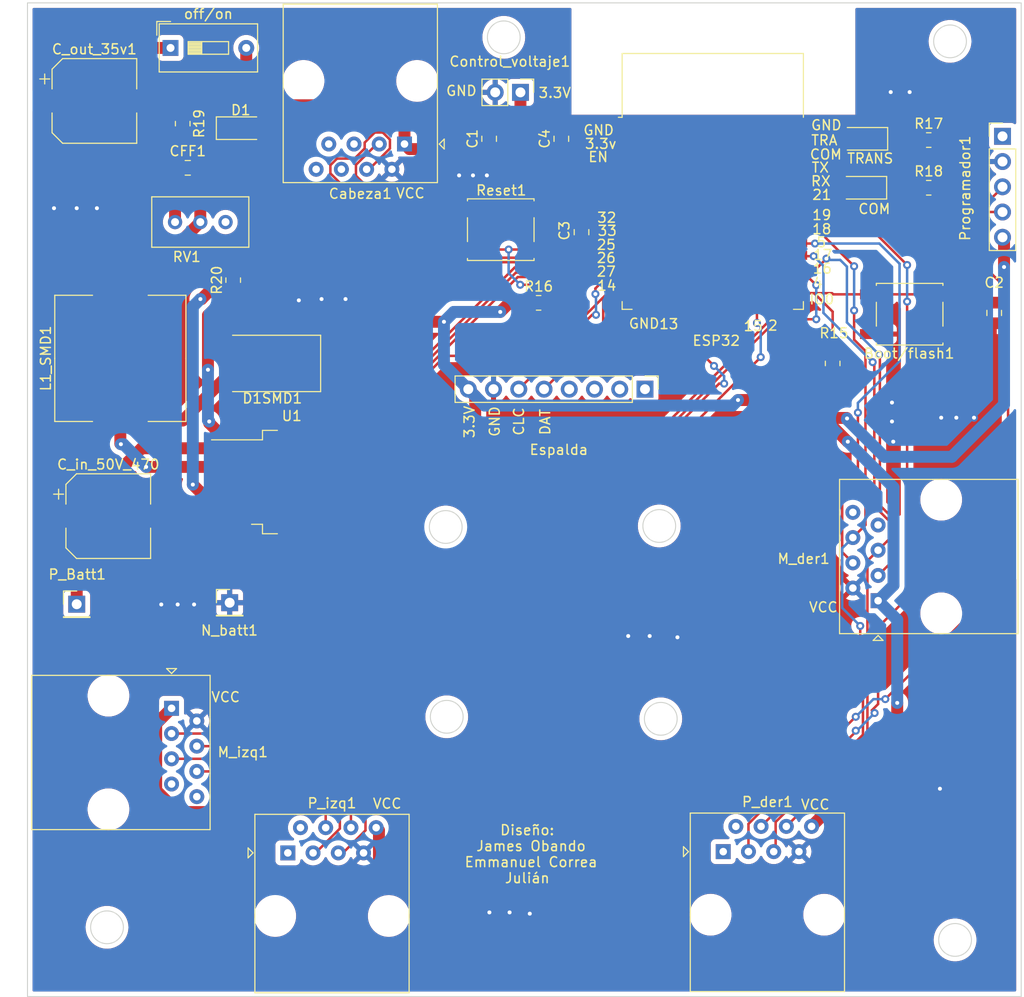
<source format=kicad_pcb>
(kicad_pcb (version 20211014) (generator pcbnew)
  (layers (0 "F.Cu" signal) (31 "B.Cu" signal) (34 "B.Paste" user) (35 "F.Paste" user) (36 "B.SilkS" user "B.Silkscreen") (37 "F.SilkS" user "F.Silkscreen") (38 "B.Mask" user) (39 "F.Mask" user) (44 "Edge.Cuts" user))
  (net 0 "")
  (net 1 "Net-(D1-Pad1)")
  (net 2 "GND")
  (net 3 "Net-(D3-Pad1)")
  (net 4 "Net-(D2-Pad1)")
  (net 5 "+5V")
  (net 6 "Net-(CFF1-Pad1)")
  (net 7 "+3V3")
  (net 8 "/IO0")
  (net 9 "/EN")
  (net 14 "/CLC_1")
  (net 15 "/DATA_1")
  (net 16 "/CLC_2")
  (net 17 "/DATA_2")
  (net 18 "/DATA_7")
  (net 26 "/DATA_4")
  (net 27 "/CLC_5")
  (net 28 "/DATA_5")
  (net 29 "/CLC_6")
  (net 30 "/DATA_6")
  (net 31 "Net-(CFF1-Pad2)")
  (net 32 "/CLC_8")
  (net 34 "/DATA_8")
  (net 35 "Net-(ESP32-Pad34)")
  (net 36 "Net-(ESP32-Pad35)")
  (net 37 "/COMUNICACION")
  (net 38 "/TRANSMISION")
  (net 40 "Net-(D1SMD1-Pad2)")
  (net 41 "/CLC_7")
  (net 46 "/CLC_3")
  (net 49 "/DATA_3")
  (net 50 "/CLC_4")
  (footprint "Capacitor_SMD:C_0805_2012Metric_Pad1.18x1.45mm_HandSolder" (layer "F.Cu") (at 136.144 57.658 90)
    (fp_text reference "C4")
    (fp_text value "100u")
  )
  (footprint "Capacitor_SMD:C_0805_2012Metric_Pad1.18x1.45mm_HandSolder" (layer "F.Cu") (at 128.8796 57.658 90)
    (fp_text reference "C1")
    (fp_text value "10u")
  )
  (footprint "Connector_PinHeader_2.54mm:PinHeader_1x01_P2.54mm_Vertical" (layer "F.Cu") (at 102.7684 104.3432)
    (fp_text reference "N_batt1")
    (fp_text value "Conn_01x01_Female")
  )
  (footprint "LED_SMD:LED_1206_3216Metric_Pad1.42x1.75mm_HandSolder" (layer "F.Cu") (at 166.4208 62.5856 180)
    (fp_text reference "COM")
    (fp_text value "LED")
  )
  (footprint "Capacitor_SMD:C_0805_2012Metric_Pad1.18x1.45mm_HandSolder" (layer "F.Cu") (at 138.176 67.056 -90)
    (fp_text reference "C3")
    (fp_text value "1nF/50V")
  )
  (footprint "Connector_RJ:RJ45_Amphenol_54602-x08_Horizontal" (layer "F.Cu") (at 96.921 114.9705 -90)
    (fp_text reference "M_izq1")
    (fp_text value "RJ45")
  )
  (footprint "Capacitor_SMD:C_0805_2012Metric_Pad1.18x1.45mm_HandSolder" (layer "F.Cu") (at 179.705 75.184 90)
    (fp_text reference "C2")
    (fp_text value "1nF/50V")
  )
  (footprint "Resistor_SMD:R_0805_2012Metric_Pad1.20x1.40mm_HandSolder" (layer "F.Cu") (at 173.117 62.5856)
    (fp_text reference "R18")
    (fp_text value "10k")
  )
  (footprint "Connector_RJ:RJ45_Amphenol_54602-x08_Horizontal" (layer "F.Cu") (at 120.3605 58.186 180)
    (fp_text reference "Cabeza1")
    (fp_text value "RJ45")
  )
  (footprint "LED_SMD:LED_1206_3216Metric_Pad1.42x1.75mm_HandSolder" (layer "F.Cu") (at 166.5224 57.658 180)
    (fp_text reference "TRANS")
    (fp_text value "LED")
  )
  (footprint "Connector_RJ:RJ45_Amphenol_54602-x08_Horizontal" (layer "F.Cu") (at 168.021 104.14 90)
    (fp_text reference "M_der1")
    (fp_text value "RJ45")
  )
  (footprint "Connector_RJ:RJ45_Amphenol_54602-x08_Horizontal" (layer "F.Cu") (at 108.6205 129.52)
    (fp_text reference "P_izq1")
    (fp_text value "RJ45")
  )
  (footprint "Capacitor_SMD:C_0805_2012Metric_Pad1.18x1.45mm_HandSolder" (layer "F.Cu") (at 98.552 60.579)
    (fp_text reference "CFF1")
    (fp_text value "1nf")
  )
  (footprint "Capacitor_SMD:CP_Elec_8x6.9" (layer "F.Cu") (at 89.154 53.848)
    (fp_text reference "C_out_35v1")
    (fp_text value "220u")
  )
  (footprint "Button_Switch_SMD:SW_SPST_EVQQ2" (layer "F.Cu") (at 130.048 66.802)
    (fp_text reference "Reset1")
    (fp_text value "SW_Push")
  )
  (footprint "Resistor_SMD:R_0805_2012Metric_Pad1.20x1.40mm_HandSolder" (layer "F.Cu") (at 98.044 56.134 -90)
    (fp_text reference "R19")
    (fp_text value "10k")
  )
  (footprint "Inductor_SMD:L_Wuerth_HCM-1390" (layer "F.Cu") (at 91.767 79.756 90)
    (fp_text reference "L1_SMD1")
    (fp_text value "68u")
  )
  (footprint "Connector_PinHeader_2.54mm:PinHeader_1x02_P2.54mm_Vertical" (layer "F.Cu") (at 132.0292 52.9844 -90)
    (fp_text reference "Control_voltaje1")
    (fp_text value "Conn_01x02_Male")
  )
  (footprint "Resistor_SMD:R_0805_2012Metric_Pad1.20x1.40mm_HandSolder" (layer "F.Cu") (at 103.124 71.882 90)
    (fp_text reference "R20")
    (fp_text value "1k")
  )
  (footprint "Resistor_SMD:R_0805_2012Metric_Pad1.20x1.40mm_HandSolder" (layer "F.Cu") (at 133.858 74.168)
    (fp_text reference "R16")
    (fp_text value "10k")
  )
  (footprint "Resistor_SMD:R_0805_2012Metric_Pad1.20x1.40mm_HandSolder" (layer "F.Cu") (at 163.449 80.264 90)
    (fp_text reference "R15")
    (fp_text value "10k")
  )
  (footprint "RF_Module:ESP32-WROOM-32" (layer "F.Cu") (at 151.384 64.94)
    (fp_text reference "ESP32")
    (fp_text value "ESP32-WROOM-32")
  )
  (footprint "LED_SMD:LED_1206_3216Metric_Pad1.42x1.75mm_HandSolder" (layer "F.Cu") (at 103.886 56.5912)
    (fp_text reference "D1")
    (fp_text value "LED")
  )
  (footprint "Button_Switch_THT:SW_DIP_SPSTx01_Slide_9.78x4.72mm_W7.62mm_P2.54mm" (layer "F.Cu") (at 96.8165 48.514)
    (fp_text reference "off/on")
    (fp_text value "SW_DIP_x01")
  )
  (footprint "Connector_RJ:RJ45_Amphenol_54602-x08_Horizontal" (layer "F.Cu") (at 152.4355 129.393)
    (fp_text reference "P_der1")
    (fp_text value "RJ45")
  )
  (footprint "Diode_SMD:D_3220_8050Metric_Pad2.65x5.15mm_HandSolder" (layer "F.Cu") (at 107.061 80.264 180)
    (fp_text reference "D1SMD1")
    (fp_text value " 1N5825")
  )
  (footprint "Connector_PinHeader_2.54mm:PinHeader_1x01_P2.54mm_Vertical" (layer "F.Cu") (at 87.376 104.4956)
    (fp_text reference "P_Batt1")
    (fp_text value "Conn_01x01_Female")
  )
  (footprint "Capacitor_SMD:CP_Elec_8x6.9" (layer "F.Cu") (at 90.551 95.631)
    (fp_text reference "C_in_50V_470")
    (fp_text value "470u")
  )
  (footprint "Potentiometer_THT:Potentiometer_Bourns_3296W_Vertical" (layer "F.Cu") (at 97.272 66.04 180)
    (fp_text reference "RV1")
    (fp_text value "R_Potentiometer_Trim")
  )
  (footprint "Package_TO_SOT_SMD:TO-263-5_TabPin3" (layer "F.Cu") (at 109.02 92.202)
    (fp_text reference "U1")
    (fp_text value "LM2596S-5")
  )
  (footprint "Resistor_SMD:R_0805_2012Metric_Pad1.20x1.40mm_HandSolder" (layer "F.Cu") (at 173.117 57.785)
    (fp_text reference "R17")
    (fp_text value "10k")
  )
  (footprint "Button_Switch_SMD:SW_SPST_EVQQ2" (layer "F.Cu") (at 171.196 75.311 180)
    (fp_text reference "Boot/flash1")
    (fp_text value "SW_Push")
  )
  (footprint "Connector_PinHeader_2.54mm:PinHeader_1x08_P2.54mm_Vertical" (layer "F.Cu") (at 144.5618 82.8548 -90)
    (fp_text reference "Espalda")
    (fp_text value "Conn_01x08_Male")
  )
  (footprint "Connector_PinHeader_2.54mm:PinHeader_1x05_P2.54mm_Vertical" (layer "F.Cu") (at 180.5432 57.409)
    (fp_text reference "Programador1")
    (fp_text value "Programador")
  )
  (gr_circle (center 90.424 137.0076) (end 92.074 137.0076) (layer "Edge.Cuts") (width 0.1) (fill none))
  (gr_rect (start 82.423 43.98) (end 182.423 143.98) (layer "Edge.Cuts") (width 0.1) (fill none))
  (gr_circle (center 124.5108 96.7232) (end 126.1608 96.7232) (layer "Edge.Cuts") (width 0.1) (fill none))
  (gr_circle (center 124.6124 115.824) (end 126.2624 115.824) (layer "Edge.Cuts") (width 0.1) (fill none))
  (gr_circle (center 175.26 47.8536) (end 176.91 47.8536) (layer "Edge.Cuts") (width 0.1) (fill none))
  (gr_circle (center 145.9992 96.6216) (end 147.6492 96.6216) (layer "Edge.Cuts") (width 0.1) (fill none))
  (gr_circle (center 146.1516 116.0272) (end 147.8016 116.0272) (layer "Edge.Cuts") (width 0.1) (fill none))
  (gr_circle (center 175.768 138.2776) (end 177.418 138.2776) (layer "Edge.Cuts") (width 0.1) (fill none))
  (gr_circle (center 130.3528 47.4472) (end 132.0028 47.4472) (layer "Edge.Cuts") (width 0.1) (fill none))
  (gr_text "5" (at 162.306 68.072) (layer "F.SilkS") (effects (font (size 1 1))))
  (gr_text "33\n\n" (at 140.7668 67.7164) (layer "F.SilkS") (effects (font (size 1 1))))
  (gr_text "GND\n" (at 144.4752 76.2508) (layer "F.SilkS") (effects (font (size 1 1))))
  (gr_text "17\n" (at 162.4584 69.342) (layer "F.SilkS") (effects (font (size 1 1))))
  (gr_text "2\n" (at 157.4292 76.454) (layer "F.SilkS") (effects (font (size 1 1))))
  (gr_text "TX\n" (at 162.2044 60.5536) (layer "F.SilkS") (effects (font (size 1 1))))
  (gr_text "27" (at 140.6652 71.0184) (layer "F.SilkS") (effects (font (size 1 1))))
  (gr_text "VCC\n" (at 120.9548 63.1444) (layer "F.SilkS") (effects (font (size 1 1))))
  (gr_text "19" (at 162.3568 65.3288) (layer "F.SilkS") (effects (font (size 1 1))))
  (gr_text "CLC\n" (at 131.8768 86.106 90) (layer "F.SilkS") (effects (font (size 1 1))))
  (gr_text "VCC\n" (at 118.618 124.5616) (layer "F.SilkS") (effects (font (size 1 1))))
  (gr_text "14" (at 140.716 72.4408) (layer "F.SilkS") (effects (font (size 1 1))))
  (gr_text "GND\n" (at 139.9032 56.7944) (layer "F.SilkS") (effects (font (size 1 1))))
  (gr_text "GND\n" (at 126.0856 52.832) (layer "F.SilkS") (effects (font (size 1 1))))
  (gr_text "VCC\n" (at 102.362 113.8428) (layer "F.SilkS") (effects (font (size 1 1))))
  (gr_text "COM\n" (at 162.7632 59.2328) (layer "F.SilkS") (effects (font (size 1 1))))
  (gr_text "3.3V\n" (at 126.8984 86.1568 90) (layer "F.SilkS") (effects (font (size 1 1))))
  (gr_text "25\n" (at 140.6652 68.326) (layer "F.SilkS") (effects (font (size 1 1))))
  (gr_text "26\n" (at 140.6652 69.6468) (layer "F.SilkS") (effects (font (size 1 1))))
  (gr_text "32\n\n" (at 140.716 66.3956) (layer "F.SilkS") (effects (font (size 1 1))))
  (gr_text "4\n" (at 161.9504 72.1868) (layer "F.SilkS") (effects (font (size 1 1))))
  (gr_text "VCC\n" (at 161.6964 124.6632) (layer "F.SilkS") (effects (font (size 1 1))))
  (gr_text "EN\n" (at 139.8524 59.4868) (layer "F.SilkS") (effects (font (size 1 1))))
  (gr_text "GND\n" (at 129.4384 86.106 90) (layer "F.SilkS") (effects (font (size 1 1))))
  (gr_text "3.3v\n" (at 140.1064 58.166) (layer "F.SilkS") (effects (font (size 1 1))))
  (gr_text "TRA" (at 162.6108 57.8104) (layer "F.SilkS") (effects (font (size 1 1))))
  (gr_text "VCC\n" (at 162.5092 104.8004) (layer "F.SilkS") (effects (font (size 1 1))))
  (gr_text "13" (at 146.9644 76.3016) (layer "F.SilkS") (effects (font (size 1 1))))
  (gr_text "GND\n" (at 162.814 56.2864) (layer "F.SilkS") (effects (font (size 1 1))))
  (gr_text "16\n" (at 162.4076 70.7136) (layer "F.SilkS") (effects (font (size 1 1))))
  (gr_text "Diseño: \nJames Obando\nEmmanuel Correa\nJulián \n" (at 133.096 129.6416) (layer "F.SilkS") (effects (font (size 1 1))))
  (gr_text "15\n" (at 155.448 76.5048) (layer "F.SilkS") (effects (font (size 1 1))))
  (gr_text "DAT" (at 134.5184 86.1568 90) (layer "F.SilkS") (effects (font (size 1 1))))
  (gr_text "18" (at 162.3568 66.7512) (layer "F.SilkS") (effects (font (size 1 1))))
  (gr_text "21" (at 162.3568 63.2968) (layer "F.SilkS") (effects (font (size 1 1))))
  (gr_text "3.3V\n" (at 135.4836 53.0352) (layer "F.SilkS") (effects (font (size 1 1))))
  (gr_text "IO0\n" (at 162.3568 73.8124) (layer "F.SilkS") (effects (font (size 1 1))))
  (gr_text "RX" (at 162.2552 61.9252) (layer "F.SilkS") (effects (font (size 1 1))))
  (segment (start 100.8905 55.134) (end 98.044 55.134) (width 1.2) (layer "F.Cu") (net 1))
  (segment (start 102.3985 56.642) (end 100.8905 55.134) (width 1.2) (layer "F.Cu") (net 1))
  (via (at 142.875 107.696) (size 0.8) (drill 0.4) (layers "F.Cu" "B.Cu") (net 2))
  (via (at 175.895 85.725) (size 0.8) (drill 0.4) (layers "F.Cu" "B.Cu") (net 2))
  (via (at 130.937 135.509) (size 0.8) (drill 0.4) (layers "F.Cu" "B.Cu") (net 2))
  (via (at 169.545 88.138) (size 0.8) (drill 0.4) (layers "F.Cu" "B.Cu") (net 2))
  (via (at 89.408 64.643) (size 0.8) (drill 0.4) (layers "F.Cu" "B.Cu") (net 2))
  (via (at 169.418 86.106) (size 0.8) (drill 0.4) (layers "F.Cu" "B.Cu") (net 2))
  (via (at 169.291 52.959) (size 0.8) (drill 0.4) (layers "F.Cu" "B.Cu") (net 2))
  (via (at 171.196 52.959) (size 0.8) (drill 0.4) (layers "F.Cu" "B.Cu") (net 2))
  (via (at 174.371 85.725) (size 0.8) (drill 0.4) (layers "F.Cu" "B.Cu") (net 2))
  (via (at 125.857 61.341) (size 0.8) (drill 0.4) (layers "F.Cu" "B.Cu") (net 2))
  (via (at 147.828 107.823) (size 0.8) (drill 0.4) (layers "F.Cu" "B.Cu") (net 2))
  (via (at 95.885 104.521) (size 0.8) (drill 0.4) (layers "F.Cu" "B.Cu") (net 2))
  (via (at 128.651 61.341) (size 0.8) (drill 0.4) (layers "F.Cu" "B.Cu") (net 2))
  (via (at 112.014 73.787) (size 0.8) (drill 0.4) (layers "F.Cu" "B.Cu") (net 2))
  (via (at 109.728 73.914) (size 0.8) (drill 0.4) (layers "F.Cu" "B.Cu") (net 2))
  (via (at 97.536 104.521) (size 0.8) (drill 0.4) (layers "F.Cu" "B.Cu") (net 2))
  (via (at 174.244 123.063) (size 0.8) (drill 0.4) (layers "F.Cu" "B.Cu") (net 2))
  (via (at 145.034 107.696) (size 0.8) (drill 0.4) (layers "F.Cu" "B.Cu") (net 2))
  (via (at 127.254 61.341) (size 0.8) (drill 0.4) (layers "F.Cu" "B.Cu") (net 2))
  (via (at 177.673 85.725) (size 0.8) (drill 0.4) (layers "F.Cu" "B.Cu") (net 2))
  (via (at 132.969 135.636) (size 0.8) (drill 0.4) (layers "F.Cu" "B.Cu") (net 2))
  (via (at 85.09 64.643) (size 0.8) (drill 0.4) (layers "F.Cu" "B.Cu") (net 2))
  (via (at 114.427 73.787) (size 0.8) (drill 0.4) (layers "F.Cu" "B.Cu") (net 2))
  (via (at 99.187 104.521) (size 0.8) (drill 0.4) (layers "F.Cu" "B.Cu") (net 2))
  (via (at 169.418 84.201) (size 0.8) (drill 0.4) (layers "F.Cu" "B.Cu") (net 2))
  (via (at 128.905 135.509) (size 0.8) (drill 0.4) (layers "F.Cu" "B.Cu") (net 2))
  (via (at 87.376 64.643) (size 0.8) (drill 0.4) (layers "F.Cu" "B.Cu") (net 2))
  (segment (start 171.99 57.658) (end 172.117 57.785) (width 1.2) (layer "F.Cu") (net 3))
  (segment (start 167.9591 57.658) (end 171.99 57.658) (width 1.2) (layer "F.Cu") (net 3))
  (segment (start 167.8575 62.5856) (end 171.8376 62.5856) (width 1.2) (layer "F.Cu") (net 4))
  (segment (start 87.376 104.394) (end 87.376 95.931) (width 1.2) (layer "F.Cu") (net 5))
  (segment (start 87.076 95.631) (end 93.905 88.802) (width 1.2) (layer "F.Cu") (net 5))
  (segment (start 100.711 86.268) (end 103.245 88.802) (width 1.2) (layer "F.Cu") (net 5))
  (segment (start 87.376 95.931) (end 87.076 95.631) (width 1.2) (layer "F.Cu") (net 5))
  (segment (start 93.905 88.802) (end 103.245 88.802) (width 1.2) (layer "F.Cu") (net 5))
  (segment (start 100.584 75.422) (end 100.584 80.899) (width 1.2) (layer "F.Cu") (net 5))
  (segment (start 103.124 72.882) (end 100.584 75.422) (width 1.2) (layer "F.Cu") (net 5))
  (segment (start 100.711 86.106) (end 100.711 86.268) (width 1.2) (layer "F.Cu") (net 5))
  (via (at 100.584 80.899) (size 0.8) (drill 0.4) (layers "F.Cu" "B.Cu") (net 5))
  (via (at 100.711 86.106) (size 0.8) (drill 0.4) (layers "F.Cu" "B.Cu") (net 5))
  (segment (start 100.584 85.979) (end 100.584 80.899) (width 1.2) (layer "B.Cu") (net 5))
  (segment (start 100.711 86.106) (end 100.584 85.979) (width 1.2) (layer "B.Cu") (net 5))
  (segment (start 97.5145 60.579) (end 97.5145 60.3465) (width 1.2) (layer "F.Cu") (net 6))
  (segment (start 97.272 60.8215) (end 97.5145 60.579) (width 1.2) (layer "F.Cu") (net 6))
  (segment (start 99.822 73.787) (end 99.934755 73.787) (width 1.2) (layer "F.Cu") (net 6))
  (segment (start 97.272 66.04) (end 97.272 60.8215) (width 1.2) (layer "F.Cu") (net 6))
  (segment (start 99.949 57.912) (end 100.965 57.912) (width 1.2) (layer "F.Cu") (net 6))
  (segment (start 97.5145 60.3465) (end 99.949 57.912) (width 1.2) (layer "F.Cu") (net 6))
  (segment (start 103.245 93.902) (end 100.506 93.902) (width 1.2) (layer "F.Cu") (net 6))
  (segment (start 105.791 68.215) (end 103.124 70.882) (width 1.2) (layer "F.Cu") (net 6))
  (segment (start 102.839755 70.882) (end 103.124 70.882) (width 1.2) (layer "F.Cu") (net 6))
  (segment (start 100.506 93.902) (end 99.06 92.456) (width 1.2) (layer "F.Cu") (net 6))
  (segment (start 99.934755 73.787) (end 102.839755 70.882) (width 1.2) (layer "F.Cu") (net 6))
  (segment (start 105.791 62.738) (end 105.791 68.215) (width 1.2) (layer "F.Cu") (net 6))
  (segment (start 100.965 57.912) (end 105.791 62.738) (width 1.2) (layer "F.Cu") (net 6))
  (via (at 99.822 73.787) (size 0.8) (drill 0.4) (layers "F.Cu" "B.Cu") (net 6))
  (via (at 99.06 92.456) (size 0.8) (drill 0.4) (layers "F.Cu" "B.Cu") (net 6))
  (segment (start 99.822 73.787) (end 99.06 74.549) (width 1.2) (layer "B.Cu") (net 6))
  (segment (start 99.06 74.549) (end 99.06 92.456) (width 1.2) (layer "B.Cu") (net 6))
  (segment (start 120.87 58.6955) (end 120.3605 58.186) (width 1.2) (layer "F.Cu") (net 7))
  (segment (start 140.022032 58.6955) (end 140.762532 57.955) (width 1.2) (layer "F.Cu") (net 7))
  (segment (start 120.3605 56.236) (end 118.410021 54.285521) (width 1.2) (layer "F.Cu") (net 7))
  (segment (start 162.8441 86.0251) (end 164.957 88.138) (width 1.2) (layer "F.Cu") (net 7))
  (segment (start 117.5105 126.98) (end 117.790011 127.259511) (width 1.2) (layer "F.Cu") (net 7))
  (segment (start 130.556 58.6955) (end 135.2511 58.6955) (width 1.2) (layer "F.Cu") (net 7))
  (segment (start 121.285 76.073) (end 124.333 76.073) (width 1.2) (layer "F.Cu") (net 7))
  (segment (start 118.410021 54.285521) (end 105.847521 54.285521) (width 1.2) (layer "F.Cu") (net 7))
  (segment (start 136.144 58.6955) (end 140.022032 58.6955) (width 1.2) (layer "F.Cu") (net 7))
  (segment (start 160.766 83.947) (end 162.8441 86.0251) (width 1.2) (layer "F.Cu") (net 7))
  (segment (start 105.41 53.848) (end 105.41 56.6055) (width 1.2) (layer "F.Cu") (net 7))
  (segment (start 135.2511 58.6955) (end 136.144 58.6955) (width 1.2) (layer "F.Cu") (net 7))
  (segment (start 116.078 132.715) (end 104.854159 132.715) (width 1.2) (layer "F.Cu") (net 7))
  (segment (start 105.847521 54.285521) (end 105.41 53.848) (width 1.2) (layer "F.Cu") (net 7))
  (segment (start 105.3735 60.1615) (end 112.776 67.564) (width 1.2) (layer "F.Cu") (net 7))
  (segment (start 117.790011 131.002989) (end 116.078 132.715) (width 1.2) (layer "F.Cu") (net 7))
  (segment (start 130.9116 74.168) (end 129.9972 75.0824) (width 1.2) (layer "F.Cu") (net 7))
  (segment (start 117.790011 127.259511) (end 117.790011 131.002989) (width 1.2) (layer "F.Cu") (net 7))
  (segment (start 180.6956 67.7214) (end 180.5432 67.569) (width 1.2) (layer "F.Cu") (net 7))
  (segment (start 95.371489 116.520011) (end 95.371489 123.23233) (width 1.2) (layer "F.Cu") (net 7))
  (segment (start 140.762532 57.955) (end 142.884 57.955) (width 1.2) (layer "F.Cu") (net 7))
  (segment (start 164.846 85.7504) (end 164.8968 85.8012) (width 1.2) (layer "F.Cu") (net 7))
  (segment (start 112.776 67.564) (end 121.285 76.073) (width 1.2) (layer "F.Cu") (net 7))
  (segment (start 160.766 83.947) (end 163.449 81.264) (width 1.2) (layer "F.Cu") (net 7))
  (segment (start 132.0292 55.382) (end 131.9834 55.4278) (width 1.2) (layer "F.Cu") (net 7))
  (segment (start 163.1188 85.7504) (end 164.846 85.7504) (width 1.2) (layer "F.Cu") (net 7))
  (segment (start 130.556 58.6955) (end 120.87 58.6955) (width 1.2) (layer "F.Cu") (net 7))
  (segment (start 95.371489 123.23233) (end 97.54917 125.410011) (width 1.2) (layer "F.Cu") (net 7))
  (segment (start 104.854159 132.715) (end 97.54917 125.410011) (width 1.2) (layer "F.Cu") (net 7))
  (segment (start 105.41 56.6055) (end 105.3735 56.642) (width 1.2) (layer "F.Cu") (net 7))
  (segment (start 120.3605 58.186) (end 120.3605 56.236) (width 1.2) (layer "F.Cu") (net 7))
  (segment (start 132.858 74.168) (end 130.9116 74.168) (width 1.2) (layer "F.Cu") (net 7))
  (segment (start 105.3735 56.642) (end 105.3735 60.1615) (width 1.2) (layer "F.Cu") (net 7))
  (segment (start 164.957 88.138) (end 164.973 88.138) (width 1.2) (layer "F.Cu") (net 7))
  (segment (start 132.0292 52.9844) (end 132.0292 55.382) (width 1.2) (layer "F.Cu") (net 7))
  (segment (start 97.54917 125.410011) (end 101.564389 125.410011) (width 1.2) (layer "F.Cu") (net 7))
  (segment (start 169.945011 118.233489) (end 169.945011 114.427) (width 1.2) (layer "F.Cu") (net 7))
  (segment (start 161.3255 126.853) (end 169.945011 118.233489) (width 1.2) (layer "F.Cu") (net 7))
  (segment (start 127.476346 83.549346) (end 126.7818 82.8548) (width 1.2) (layer "F.Cu") (net 7))
  (segment (start 153.924 83.947) (end 160.766 83.947) (width 1.2) (layer "F.Cu") (net 7))
  (segment (start 162.8441 86.0251) (end 163.1188 85.7504) (width 1.2) (layer "F.Cu") (net 7))
  (segment (start 131.9834 55.4278) (end 135.2511 58.6955) (width 1.2) (layer "F.Cu") (net 7))
  (segment (start 104.4365 52.8745) (end 105.41 53.848) (width 1.2) (layer "F.Cu") (net 7))
  (segment (start 96.921 114.9705) (end 95.371489 116.520011) (width 1.2) (layer "F.Cu") (net 7))
  (segment (start 104.4365 48.514) (end 104.4365 52.8745) (width 1.2) (layer "F.Cu") (net 7))
  (segment (start 127.476346 99.498054) (end 127.476346 83.549346) (width 1.2) (layer "F.Cu") (net 7))
  (segment (start 180.6956 70.5612) (end 180.6956 67.7214) (width 1.2) (layer "F.Cu") (net 7))
  (segment (start 101.564389 125.410011) (end 127.476346 99.498054) (width 1.2) (layer "F.Cu") (net 7))
  (via (at 124.333 76.073) (size 0.8) (drill 0.4) (layers "F.Cu" "B.Cu") (net 7))
  (via (at 153.924 83.947) (size 0.8) (drill 0.4) (layers "F.Cu" "B.Cu") (net 7))
  (via (at 169.945011 114.427) (size 0.8) (drill 0.4) (layers "F.Cu" "B.Cu") (net 7))
  (via (at 180.6956 70.5612) (size 0.8) (drill 0.4) (layers "F.Cu" "B.Cu") (net 7))
  (via (at 164.8968 85.8012) (size 0.8) (drill 0.4) (layers "F.Cu" "B.Cu") (net 7))
  (via (at 164.973 88.138) (size 0.8) (drill 0.4) (layers "F.Cu" "B.Cu") (net 7))
  (via (at 129.9972 75.0824) (size 0.8) (drill 0.4) (layers "F.Cu" "B.Cu") (net 7))
  (segment (start 124.333 76.073) (end 124.333 80.406) (width 1.2) (layer "B.Cu") (net 7))
  (segment (start 169.570511 102.590489) (end 168.021 104.14) (width 1.2) (layer "B.Cu") (net 7))
  (segment (start 169.945011 114.427) (end 169.945011 106.064011) (width 1.2) (layer "B.Cu") (net 7))
  (segment (start 168.656 89.662) (end 175.432366 89.662) (width 1.2) (layer "B.Cu") (net 7))
  (segment (start 124.333 80.406) (end 126.7818 82.8548) (width 1.2) (layer "B.Cu") (net 7))
  (segment (start 169.570511 92.735511) (end 169.570511 102.590489) (width 1.2) (layer "B.Cu") (net 7))
  (segment (start 164.8968 85.8012) (end 164.8968 85.9028) (width 1.2) (layer "B.Cu") (net 7))
  (segment (start 169.945011 106.064011) (end 168.021 104.14) (width 1.2) (layer "B.Cu") (net 7))
  (segment (start 175.432366 89.662) (end 180.6956 84.398766) (width 1.2) (layer "B.Cu") (net 7))
  (segment (start 153.366689 84.504311) (end 128.431311 84.504311) (width 1.2) (layer "B.Cu") (net 7))
  (segment (start 129.9972 75.0824) (end 125.3236 75.0824) (width 1.2) (layer "B.Cu") (net 7))
  (segment (start 164.8968 85.9028) (end 168.656 89.662) (width 1.2) (layer "B.Cu") (net 7))
  (segment (start 125.3236 75.0824) (end 124.333 76.073) (width 1.2) (layer "B.Cu") (net 7))
  (segment (start 164.973 88.138) (end 169.570511 92.735511) (width 1.2) (layer "B.Cu") (net 7))
  (segment (start 153.924 83.947) (end 153.366689 84.504311) (width 1.2) (layer "B.Cu") (net 7))
  (segment (start 180.6956 84.398766) (end 180.6956 70.5612) (width 1.2) (layer "B.Cu") (net 7))
  (segment (start 128.431311 84.504311) (end 126.7818 82.8548) (width 1.2) (layer "B.Cu") (net 7))
  (segment (start 159.884 73.195) (end 161.587 73.195) (width 0.25) (layer "F.Cu") (net 8))
  (segment (start 163.381 73.195) (end 163.449 73.263) (width 0.25) (layer "F.Cu") (net 8))
  (segment (start 163.449 75.057) (end 163.449 79.264) (width 0.25) (layer "F.Cu") (net 8))
  (segment (start 174.596 73.311) (end 178.8695 73.311) (width 0.25) (layer "F.Cu") (net 8))
  (segment (start 167.796 73.311) (end 174.596 73.311) (width 0.25) (layer "F.Cu") (net 8))
  (segment (start 159.884 73.195) (end 163.381 73.195) (width 0.25) (layer "F.Cu") (net 8))
  (segment (start 163.497 73.311) (end 167.796 73.311) (width 0.25) (layer "F.Cu") (net 8))
  (segment (start 161.587 73.195) (end 163.449 75.057) (width 0.25) (layer "F.Cu") (net 8))
  (segment (start 178.8695 73.311) (end 179.705 74.1465) (width 0.25) (layer "F.Cu") (net 8))
  (segment (start 163.449 73.263) (end 163.497 73.311) (width 0.25) (layer "F.Cu") (net 8))
  (segment (start 139.22552 67.04398) (end 139.22552 60.79948) (width 0.25) (layer "F.Cu") (net 9))
  (segment (start 140.8 59.225) (end 142.884 59.225) (width 0.25) (layer "F.Cu") (net 9))
  (segment (start 133.448 68.802) (end 137.4675 68.802) (width 0.25) (layer "F.Cu") (net 9))
  (segment (start 137.4675 68.802) (end 138.176 68.0935) (width 0.25) (layer "F.Cu") (net 9))
  (segment (start 133.037207 72.347207) (end 132.005828 72.347207) (width 0.25) (layer "F.Cu") (net 9))
  (segment (start 138.176 68.0935) (end 139.22552 67.04398) (width 0.25) (layer "F.Cu") (net 9))
  (segment (start 139.22552 60.79948) (end 140.8 59.225) (width 0.25) (layer "F.Cu") (net 9))
  (segment (start 126.648 68.802) (end 130.842 68.802) (width 0.25) (layer "F.Cu") (net 9))
  (segment (start 134.858 74.168) (end 133.037207 72.347207) (width 0.25) (layer "F.Cu") (net 9))
  (segment (start 130.842 68.802) (end 133.448 68.802) (width 0.25) (layer "F.Cu") (net 9))
  (via (at 130.842 68.802) (size 0.8) (drill 0.4) (layers "F.Cu" "B.Cu") (net 9))
  (via (at 132.005828 72.347207) (size 0.8) (drill 0.4) (layers "F.Cu" "B.Cu") (net 9))
  (segment (start 132.005828 72.347207) (end 130.842 71.183379) (width 0.25) (layer "B.Cu") (net 9))
  (segment (start 130.842 71.183379) (end 130.842 68.802) (width 0.25) (layer "B.Cu") (net 9))
  (segment (start 141.634 65.575) (end 139.22552 67.98348) (width 0.25) (layer "F.Cu") (net 14))
  (segment (start 139.22552 67.98348) (end 139.22552 68.668973) (width 0.25) (layer "F.Cu") (net 14))
  (segment (start 142.884 65.575) (end 141.634 65.575) (width 0.25) (layer "F.Cu") (net 14))
  (segment (start 117.570911 58.186) (end 117.8205 58.186) (width 0.25) (layer "F.Cu") (net 14))
  (segment (start 138.267982 69.626511) (end 123.728511 69.626511) (width 0.25) (layer "F.Cu") (net 14))
  (segment (start 115.475989 60.280922) (end 117.570911 58.186) (width 0.25) (layer "F.Cu") (net 14))
  (segment (start 115.475989 61.373989) (end 115.475989 60.280922) (width 0.25) (layer "F.Cu") (net 14))
  (segment (start 139.22552 68.668973) (end 138.267982 69.626511) (width 0.25) (layer "F.Cu") (net 14))
  (segment (start 123.728511 69.626511) (end 115.475989 61.373989) (width 0.25) (layer "F.Cu") (net 14))
  (segment (start 116.355011 58.631078) (end 115.3346 59.651489) (width 0.25) (layer "F.Cu") (net 15))
  (segment (start 118.895011 58.631078) (end 118.895011 57.740922) (width 0.25) (layer "F.Cu") (net 15))
  (segment (start 116.355011 58.039) (end 116.355011 58.631078) (width 0.25) (layer "F.Cu") (net 15))
  (segment (start 112.903 61.138089) (end 121.840942 70.076031) (width 0.25) (layer "F.Cu") (net 15))
  (segment (start 118.177089 57.023) (end 117.371011 57.023) (width 0.25) (layer "F.Cu") (net 15))
  (segment (start 116.5505 60.726) (end 116.800089 60.726) (width 0.25) (layer "F.Cu") (net 15))
  (segment (start 142.054978 66.845) (end 142.884 66.845) (width 0.25) (layer "F.Cu") (net 15))
  (segment (start 118.895011 57.740922) (end 118.177089 57.023) (width 0.25) (layer "F.Cu") (net 15))
  (segment (start 116.800089 60.726) (end 118.895011 58.631078) (width 0.25) (layer "F.Cu") (net 15))
  (segment (start 115.3346 59.651489) (end 113.565422 59.651489) (width 0.25) (layer "F.Cu") (net 15))
  (segment (start 138.823947 70.076031) (end 142.054978 66.845) (width 0.25) (layer "F.Cu") (net 15))
  (segment (start 121.840942 70.076031) (end 138.823947 70.076031) (width 0.25) (layer "F.Cu") (net 15))
  (segment (start 112.903 60.313911) (end 112.903 61.138089) (width 0.25) (layer "F.Cu") (net 15))
  (segment (start 117.371011 57.023) (end 116.355011 58.039) (width 0.25) (layer "F.Cu") (net 15))
  (segment (start 113.565422 59.651489) (end 112.903 60.313911) (width 0.25) (layer "F.Cu") (net 15))
  (segment (start 120.523 100.33) (end 120.523 81.534) (width 0.25) (layer "F.Cu") (net 16))
  (segment (start 138.923696 70.612) (end 141.420696 68.115) (width 0.25) (layer "F.Cu") (net 16))
  (segment (start 141.420696 68.115) (end 142.884 68.115) (width 0.25) (layer "F.Cu") (net 16))
  (segment (start 103.3425 117.5105) (end 120.523 100.33) (width 0.25) (layer "F.Cu") (net 16))
  (segment (start 120.523 81.534) (end 131.445 70.612) (width 0.25) (layer "F.Cu") (net 16))
  (segment (start 131.445 70.612) (end 138.923696 70.612) (width 0.25) (layer "F.Cu") (net 16))
  (segment (start 96.921 117.5105) (end 103.3425 117.5105) (width 0.25) (layer "F.Cu") (net 16))
  (segment (start 140.786414 69.385) (end 142.884 69.385) (width 0.25) (layer "F.Cu") (net 17))
  (segment (start 99.461 118.7805) (end 102.708218 118.7805) (width 0.25) (layer "F.Cu") (net 17))
  (segment (start 139.051055 71.120359) (end 140.786414 69.385) (width 0.25) (layer "F.Cu") (net 17))
  (segment (start 131.572359 71.120359) (end 139.051055 71.120359) (width 0.25) (layer "F.Cu") (net 17))
  (segment (start 102.708218 118.7805) (end 120.97252 100.516197) (width 0.25) (layer "F.Cu") (net 17))
  (segment (start 120.97252 100.516197) (end 120.97252 81.720198) (width 0.25) (layer "F.Cu") (net 17))
  (segment (start 120.97252 81.720198) (end 131.572359 71.120359) (width 0.25) (layer "F.Cu") (net 17))
  (segment (start 166.221989 111.103989) (end 166.49698 111.37898) (width 0.25) (layer "F.Cu") (net 18))
  (segment (start 166.49698 111.37898) (end 166.49698 117.621931) (width 0.25) (layer "F.Cu") (net 18))
  (segment (start 165.608 77.872022) (end 165.608 74.93) (width 0.25) (layer "F.Cu") (net 18))
  (segment (start 166.221989 106.68) (end 166.221989 111.103989) (width 0.25) (layer "F.Cu") (net 18))
  (segment (start 166.751 79.015022) (end 165.608 77.872022) (width 0.25) (layer "F.Cu") (net 18))
  (segment (start 165.481 97.79) (end 166.751 96.52) (width 0.25) (layer "F.Cu") (net 18))
  (segment (start 165.608 70.485) (end 161.968 66.845) (width 0.25) (layer "F.Cu") (net 18))
  (segment (start 157.710989 129.197511) (end 157.5155 129.393) (width 0.25) (layer "F.Cu") (net 18))
  (segment (start 166.751 96.52) (end 166.751 79.015022) (width 0.25) (layer "F.Cu") (net 18))
  (segment (start 161.968 66.845) (end 159.884 66.845) (width 0.25) (layer "F.Cu") (net 18))
  (segment (start 157.710989 126.407922) (end 157.710989 129.197511) (width 0.25) (layer "F.Cu") (net 18))
  (segment (start 166.49698 117.621931) (end 157.710989 126.407922) (width 0.25) (layer "F.Cu") (net 18))
  (via (at 166.221989 106.68) (size 0.8) (drill 0.4) (layers "F.Cu" "B.Cu") (net 18))
  (via (at 165.608 70.485) (size 0.8) (drill 0.4) (layers "F.Cu" "B.Cu") (net 18))
  (via (at 165.608 74.93) (size 0.8) (drill 0.4) (layers "F.Cu" "B.Cu") (net 18))
  (segment (start 166.221989 106.68) (end 164.406489 104.8645) (width 0.25) (layer "B.Cu") (net 18))
  (segment (start 164.406489 98.864511) (end 165.481 97.79) (width 0.25) (layer "B.Cu") (net 18))
  (segment (start 165.608 74.93) (end 165.608 70.485) (width 0.25) (layer "B.Cu") (net 18))
  (segment (start 164.406489 104.8645) (end 164.406489 98.864511) (width 0.25) (layer "B.Cu") (net 18))
  (segment (start 116.435989 127.254) (end 114.169989 129.52) (width 0.25) (layer "F.Cu") (net 26))
  (segment (start 156.21 79.637614) (end 117.355537 118.492077) (width 0.25) (layer "F.Cu") (net 26))
  (segment (start 116.460077 118.492077) (end 116.435989 118.516165) (width 0.25) (layer "F.Cu") (net 26))
  (segment (start 155.82685 76.193552) (end 155.829 76.191402) (width 0.25) (layer "F.Cu") (net 26))
  (segment (start 116.435989 118.516165) (end 116.435989 127.254) (width 0.25) (layer "F.Cu") (net 26))
  (segment (start 156.21 79.629) (end 156.21 79.637614) (width 0.25) (layer "F.Cu") (net 26))
  (segment (start 117.355537 118.492077) (end 116.460077 118.492077) (width 0.25) (layer "F.Cu") (net 26))
  (segment (start 155.829 76.191402) (end 155.829 74.195) (width 0.25) (layer "F.Cu") (net 26))
  (segment (start 114.169989 129.52) (end 113.7005 129.52) (width 0.25) (layer "F.Cu") (net 26))
  (via (at 156.21 79.629) (size 0.8) (drill 0.4) (layers "F.Cu" "B.Cu") (net 26))
  (via (at 155.82685 76.193552) (size 0.8) (drill 0.4) (layers "F.Cu" "B.Cu") (net 26))
  (segment (start 156.21 79.629) (end 156.21 76.576702) (width 0.25) (layer "B.Cu") (net 26))
  (segment (start 156.21 76.576702) (end 155.82685 76.193552) (width 0.25) (layer "B.Cu") (net 26))
  (segment (start 112.4305 126.98) (end 112.4305 120.6145) (width 0.25) (layer "F.Cu") (net 27))
  (segment (start 157.099 75.946) (end 157.099 74.195) (width 0.25) (layer "F.Cu") (net 27))
  (segment (start 112.4305 120.6145) (end 157.099 75.946) (width 0.25) (layer "F.Cu") (net 27))
  (segment (start 161.798 72.39) (end 161.163 71.755) (width 0.25) (layer "F.Cu") (net 28))
  (segment (start 111.1605 129.52) (end 111.410089 129.52) (width 0.25) (layer "F.Cu") (net 28))
  (segment (start 113.855859 127.07423) (end 113.855859 119.824859) (width 0.25) (layer "F.Cu") (net 28))
  (segment (start 161.163 71.755) (end 160.054 71.755) (width 0.25) (layer "F.Cu") (net 28))
  (segment (start 113.855859 119.824859) (end 115.887859 117.792859) (width 0.25) (layer "F.Cu") (net 28))
  (segment (start 160.054 71.755) (end 159.884 71.925) (width 0.25) (layer "F.Cu") (net 28))
  (segment (start 115.887859 117.792859) (end 157.861718 75.819) (width 0.25) (layer "F.Cu") (net 28))
  (segment (start 157.861718 75.819) (end 161.798 75.819) (width 0.25) (layer "F.Cu") (net 28))
  (segment (start 111.410089 129.52) (end 113.855859 127.07423) (width 0.25) (layer "F.Cu") (net 28))
  (via (at 161.798 72.39) (size 0.8) (drill 0.4) (layers "F.Cu" "B.Cu") (net 28))
  (via (at 161.798 75.819) (size 0.8) (drill 0.4) (layers "F.Cu" "B.Cu") (net 28))
  (segment (start 161.798 75.819) (end 161.798 72.39) (width 0.25) (layer "B.Cu") (net 28))
  (segment (start 168.021 101.6) (end 169.545031 100.075969) (width 0.25) (layer "F.Cu") (net 29))
  (segment (start 168.148 94.488) (end 168.200011 94.435989) (width 0.25) (layer "F.Cu") (net 29))
  (segment (start 169.545031 100.075969) (end 169.545031 95.885031) (width 0.25) (layer "F.Cu") (net 29))
  (segment (start 168.200011 79.452046) (end 168.126803 79.378838) (width 0.25) (layer "F.Cu") (net 29))
  (segment (start 169.545031 95.885031) (end 168.148 94.488) (width 0.25) (layer "F.Cu") (net 29))
  (segment (start 168.200011 94.435989) (end 168.200011 79.452046) (width 0.25) (layer "F.Cu") (net 29))
  (segment (start 161.882 70.655) (end 159.884 70.655) (width 0.25) (layer "F.Cu") (net 29))
  (segment (start 162.818299 69.718701) (end 161.882 70.655) (width 0.25) (layer "F.Cu") (net 29))
  (via (at 162.818299 69.718701) (size 0.8) (drill 0.4) (layers "F.Cu" "B.Cu") (net 29))
  (via (at 168.126803 79.378838) (size 0.8) (drill 0.4) (layers "F.Cu" "B.Cu") (net 29))
  (segment (start 164.211 69.85) (end 162.949598 69.85) (width 0.25) (layer "B.Cu") (net 29))
  (segment (start 164.883489 70.522489) (end 164.211 69.85) (width 0.25) (layer "B.Cu") (net 29))
  (segment (start 168.126803 79.378838) (end 164.883489 76.135524) (width 0.25) (layer "B.Cu") (net 29))
  (segment (start 164.883489 76.135524) (end 164.883489 70.522489) (width 0.25) (layer "B.Cu") (net 29))
  (segment (start 162.949598 69.85) (end 162.818299 69.718701) (width 0.25) (layer "B.Cu") (net 29))
  (segment (start 164.406489 99.255489) (end 165.481 100.33) (width 0.25) (layer "F.Cu") (net 30))
  (segment (start 165.989 85.217) (end 165.989 92.76848) (width 0.25) (layer "F.Cu") (net 30))
  (segment (start 164.406489 94.350991) (end 164.406489 99.255489) (width 0.25) (layer "F.Cu") (net 30))
  (segment (start 161.671 68.199) (end 159.968 68.199) (width 0.25) (layer "F.Cu") (net 30))
  (segment (start 165.989 92.76848) (end 164.406489 94.350991) (width 0.25) (layer "F.Cu") (net 30))
  (segment (start 159.968 68.199) (end 159.884 68.115) (width 0.25) (layer "F.Cu") (net 30))
  (via (at 165.989 85.217) (size 0.8) (drill 0.4) (layers "F.Cu" "B.Cu") (net 30))
  (via (at 161.671 68.199) (size 0.8) (drill 0.4) (layers "F.Cu" "B.Cu") (net 30))
  (segment (start 168.148 68.199) (end 161.671 68.199) (width 0.25) (layer "B.Cu") (net 30))
  (segment (start 165.989 84.2385) (end 170.18 80.0475) (width 0.25) (layer "B.Cu") (net 30))
  (segment (start 170.18 70.231) (end 168.148 68.199) (width 0.25) (layer "B.Cu") (net 30))
  (segment (start 165.989 85.217) (end 165.989 84.2385) (width 0.25) (layer "B.Cu") (net 30))
  (segment (start 170.18 80.0475) (end 170.18 70.231) (width 0.25) (layer "B.Cu") (net 30))
  (segment (start 85.679 53.848) (end 91.013 48.514) (width 1.2) (layer "F.Cu") (net 31))
  (segment (start 91.767 73.506) (end 91.767 59.936) (width 1.2) (layer "F.Cu") (net 31))
  (segment (start 91.013 48.514) (end 96.8165 48.514) (width 1.2) (layer "F.Cu") (net 31))
  (segment (start 91.767 73.506) (end 92.346 73.506) (width 1.2) (layer "F.Cu") (net 31))
  (segment (start 91.767 59.936) (end 85.679 53.848) (width 1.2) (layer "F.Cu") (net 31))
  (segment (start 99.812 66.04) (end 99.812 60.8015) (width 1.2) (layer "F.Cu") (net 31))
  (segment (start 99.812 60.8015) (end 99.5895 60.579) (width 1.2) (layer "F.Cu") (net 31))
  (segment (start 92.346 73.506) (end 99.812 66.04) (width 1.2) (layer "F.Cu") (net 31))
  (segment (start 167.670989 115.443) (end 167.396009 115.16802) (width 0.25) (layer "F.Cu") (net 32))
  (segment (start 170.942 103.886) (end 170.942 74.041) (width 0.25) (layer "F.Cu") (net 32))
  (segment (start 168.021 114.543029) (end 168.021 106.807) (width 0.25) (layer "F.Cu") (net 32))
  (segment (start 156.2455 126.853) (end 165.772469 117.326031) (width 0.25) (layer "F.Cu") (net 32))
  (segment (start 165.772469 117.326031) (end 165.772469 117.221) (width 0.25) (layer "F.Cu") (net 32))
  (segment (start 167.396009 115.16802) (end 168.021 114.543029) (width 0.25) (layer "F.Cu") (net 32))
  (segment (start 167.64 67.056) (end 163.322 67.056) (width 0.25) (layer "F.Cu") (net 32))
  (segment (start 161.841 65.575) (end 159.884 65.575) (width 0.25) (layer "F.Cu") (net 32))
  (segment (start 168.021 106.807) (end 170.942 103.886) (width 0.25) (layer "F.Cu") (net 32))
  (segment (start 163.322 67.056) (end 161.841 65.575) (width 0.25) (layer "F.Cu") (net 32))
  (segment (start 170.942 70.358) (end 167.64 67.056) (width 0.25) (layer "F.Cu") (net 32))
  (via (at 170.942 74.041) (size 0.8) (drill 0.4) (layers "F.Cu" "B.Cu") (net 32))
  (via (at 167.670989 115.443) (size 0.8) (drill 0.4) (layers "F.Cu" "B.Cu") (net 32))
  (via (at 170.942 70.358) (size 0.8) (drill 0.4) (layers "F.Cu" "B.Cu") (net 32))
  (via (at 165.772469 117.221) (size 0.8) (drill 0.4) (layers "F.Cu" "B.Cu") (net 32))
  (segment (start 170.942 74.041) (end 170.942 70.358) (width 0.25) (layer "B.Cu") (net 32))
  (segment (start 165.892989 117.221) (end 167.670989 115.443) (width 0.25) (layer "B.Cu") (net 32))
  (segment (start 165.772469 117.221) (end 165.892989 117.221) (width 0.25) (layer "B.Cu") (net 32))
  (segment (start 163.449 65.786) (end 160.909 63.246) (width 0.25) (layer "F.Cu") (net 34))
  (segment (start 165.754911 115.824) (end 154.9755 126.603411) (width 0.25) (layer "F.Cu") (net 34))
  (segment (start 181.102 101.6895) (end 181.102 72.898) (width 0.25) (layer "F.Cu") (net 34))
  (segment (start 173.99 65.786) (end 163.449 65.786) (width 0.25) (layer "F.Cu") (net 34))
  (segment (start 181.102 72.898) (end 173.99 65.786) (width 0.25) (layer "F.Cu") (net 34))
  (segment (start 168.7455 114.046) (end 181.102 101.6895) (width 0.25) (layer "F.Cu") (net 34))
  (segment (start 154.9755 126.603411) (end 154.9755 129.393) (width 0.25) (layer "F.Cu") (net 34))
  (segment (start 165.77248 115.824) (end 165.754911 115.824) (width 0.25) (layer "F.Cu") (net 34))
  (via (at 165.77248 115.824) (size 0.8) (drill 0.4) (layers "F.Cu" "B.Cu") (net 34))
  (via (at 168.7455 114.046) (size 0.8) (drill 0.4) (layers "F.Cu" "B.Cu") (net 34))
  (segment (start 165.77248 115.824) (end 167.55048 114.046) (width 0.25) (layer "B.Cu") (net 34))
  (segment (start 167.55048 114.046) (end 168.7455 114.046) (width 0.25) (layer "B.Cu") (net 34))
  (segment (start 180.594 65.024) (end 163.972022 65.024) (width 0.25) (layer "F.Cu") (net 35))
  (segment (start 160.713022 61.765) (end 159.884 61.765) (width 0.25) (layer "F.Cu") (net 35))
  (segment (start 163.972022 65.024) (end 160.713022 61.765) (width 0.25) (layer "F.Cu") (net 35))
  (segment (start 179.01348 64.06452) (end 163.964527 64.06452) (width 0.25) (layer "F.Cu") (net 36))
  (segment (start 180.594 62.484) (end 179.01348 64.06452) (width 0.25) (layer "F.Cu") (net 36))
  (segment (start 161.29 61.071978) (end 160.713022 60.495) (width 0.25) (layer "F.Cu") (net 36))
  (segment (start 163.964527 64.06452) (end 161.29 61.389993) (width 0.25) (layer "F.Cu") (net 36))
  (segment (start 161.29 61.389993) (end 161.29 61.071978) (width 0.25) (layer "F.Cu") (net 36))
  (segment (start 160.713022 60.495) (end 159.884 60.495) (width 0.25) (layer "F.Cu") (net 36))
  (segment (start 159.884 59.225) (end 161.5219 59.225) (width 0.25) (layer "F.Cu") (net 37))
  (segment (start 161.5219 59.225) (end 164.8825 62.5856) (width 0.25) (layer "F.Cu") (net 37))
  (segment (start 164.6871 57.955) (end 164.9841 57.658) (width 0.25) (layer "F.Cu") (net 38))
  (segment (start 159.884 57.955) (end 164.6871 57.955) (width 0.25) (layer "F.Cu") (net 38))
  (segment (start 91.767 86.006) (end 91.767 88.338) (width 1.2) (layer "F.Cu") (net 40))
  (segment (start 98.044 86.006) (end 103.786 80.264) (width 1.2) (layer "F.Cu") (net 40))
  (segment (start 103.069 90.678) (end 103.245 90.502) (width 1.2) (layer "F.Cu") (net 40))
  (segment (start 91.767 88.338) (end 91.821 88.392) (width 1.2) (layer "F.Cu") (net 40))
  (segment (start 94.361 90.678) (end 103.069 90.678) (width 1.2) (layer "F.Cu") (net 40))
  (segment (start 91.767 86.006) (end 98.044 86.006) (width 1.2) (layer "F.Cu") (net 40))
  (via (at 94.361 90.678) (size 0.8) (drill 0.4) (layers "F.Cu" "B.Cu") (net 40))
  (via (at 91.821 88.392) (size 0.8) (drill 0.4) (layers "F.Cu" "B.Cu") (net 40))
  (segment (start 92.075 88.392) (end 94.361 90.678) (width 1.2) (layer "B.Cu") (net 40))
  (segment (start 91.821 88.392) (end 92.075 88.392) (width 1.2) (layer "B.Cu") (net 40))
  (segment (start 159.968 69.469) (end 159.884 69.385) (width 0.25) (layer "F.Cu") (net 41))
  (segment (start 169.095511 97.985489) (end 169.095511 96.074922) (width 0.25) (layer "F.Cu") (net 41))
  (segment (start 166.946489 118.692011) (end 158.7855 126.853) (width 0.25) (layer "F.Cu") (net 41))
  (segment (start 168.021 99.06) (end 166.946489 100.134511) (width 0.25) (layer "F.Cu") (net 41))
  (segment (start 161.544 69.469) (end 159.968 69.469) (width 0.25) (layer "F.Cu") (net 41))
  (segment (start 167.64 94.619411) (end 167.64 80.3015) (width 0.25) (layer "F.Cu") (net 41))
  (segment (start 169.095511 96.074922) (end 167.64 94.619411) (width 0.25) (layer "F.Cu") (net 41))
  (segment (start 168.021 99.06) (end 169.095511 97.985489) (width 0.25) (layer "F.Cu") (net 41))
  (segment (start 166.946489 100.134511) (end 166.946489 118.692011) (width 0.25) (layer "F.Cu") (net 41))
  (segment (start 167.64 80.3015) (end 167.4755 80.137) (width 0.25) (layer "F.Cu") (net 41))
  (via (at 167.4755 80.137) (size 0.8) (drill 0.4) (layers "F.Cu" "B.Cu") (net 41))
  (via (at 161.544 69.469) (size 0.8) (drill 0.4) (layers "F.Cu" "B.Cu") (net 41))
  (segment (start 167.4755 80.137) (end 162.522511 75.184011) (width 0.25) (layer "B.Cu") (net 41))
  (segment (start 162.522511 70.447511) (end 161.544 69.469) (width 0.25) (layer "B.Cu") (net 41))
  (segment (start 162.522511 75.184011) (end 162.522511 70.447511) (width 0.25) (layer "B.Cu") (net 41))
  (segment (start 139.573 72.716) (end 140.9425 71.3465) (width 0.25) (layer "F.Cu") (net 46))
  (segment (start 121.42204 100.702394) (end 121.42204 81.906396) (width 0.25) (layer "F.Cu") (net 46))
  (segment (start 141.634 70.655) (end 142.884 70.655) (width 0.25) (layer "F.Cu") (net 46))
  (segment (start 131.8618 82.8548) (end 133.036311 81.680289) (width 0.25) (layer "F.Cu") (net 46))
  (segment (start 131.758557 71.569879) (end 140.719121 71.569879) (width 0.25) (layer "F.Cu") (net 46))
  (segment (start 121.42204 81.906396) (end 131.758557 71.569879) (width 0.25) (layer "F.Cu") (net 46))
  (segment (start 139.573 73.279) (end 139.573 72.716) (width 0.25) (layer "F.Cu") (net 46))
  (segment (start 133.036311 81.680289) (end 133.036311 81.579385) (width 0.25) (layer "F.Cu") (net 46))
  (segment (start 140.9425 71.3465) (end 141.634 70.655) (width 0.25) (layer "F.Cu") (net 46))
  (segment (start 133.036311 81.579385) (end 139.244407 75.371289) (width 0.25) (layer "F.Cu") (net 46))
  (segment (start 140.719121 71.569879) (end 140.9425 71.3465) (width 0.25) (layer "F.Cu") (net 46))
  (segment (start 96.921 120.0505) (end 102.073935 120.0505) (width 0.25) (layer "F.Cu") (net 46))
  (segment (start 139.244407 75.371289) (end 139.633289 75.371289) (width 0.25) (layer "F.Cu") (net 46))
  (segment (start 102.073935 120.0505) (end 121.42204 100.702394) (width 0.25) (layer "F.Cu") (net 46))
  (via (at 139.573 73.279) (size 0.8) (drill 0.4) (layers "F.Cu" "B.Cu") (net 46))
  (via (at 139.633289 75.371289) (size 0.8) (drill 0.4) (layers "F.Cu" "B.Cu") (net 46))
  (segment (start 139.633289 73.339289) (end 139.633289 75.371289) (width 0.25) (layer "B.Cu") (net 46))
  (segment (start 139.573 73.279) (end 139.633289 73.339289) (width 0.25) (layer "B.Cu") (net 46))
  (segment (start 142.054978 71.925) (end 142.884 71.925) (width 0.25) (layer "F.Cu") (net 49))
  (segment (start 124.462154 79.502) (end 134.4676 79.502) (width 0.25) (layer "F.Cu") (net 49))
  (segment (start 134.4676 79.502) (end 135.1788 78.7908) (width 0.25) (layer "F.Cu") (net 49))
  (segment (start 134.4018 82.8548) (end 140.3578 76.8988) (width 0.25) (layer "F.Cu") (net 49))
  (segment (start 140.3578 73.8606) (end 140.238589 73.741389) (width 0.25) (layer "F.Cu") (net 49))
  (segment (start 121.92 82.044154) (end 124.462154 79.502) (width 0.25) (layer "F.Cu") (net 49))
  (segment (start 140.238589 73.741389) (end 142.054978 71.925) (width 0.25) (layer "F.Cu") (net 49))
  (segment (start 135.189178 78.7908) (end 140.238589 73.741389) (width 0.25) (layer "F.Cu") (net 49))
  (segment (start 101.439652 121.3205) (end 121.92 100.840152) (width 0.25) (layer "F.Cu") (net 49))
  (segment (start 135.1788 78.7908) (end 135.189178 78.7908) (width 0.25) (layer "F.Cu") (net 49))
  (segment (start 99.461 121.3205) (end 101.439652 121.3205) (width 0.25) (layer "F.Cu") (net 49))
  (segment (start 140.3578 76.8988) (end 140.3578 73.8606) (width 0.25) (layer "F.Cu") (net 49))
  (segment (start 121.92 100.840152) (end 121.92 82.044154) (width 0.25) (layer "F.Cu") (net 49))
  (segment (start 114.9705 126.98) (end 114.9705 119.345936) (width 0.25) (layer "F.Cu") (net 50))
  (segment (start 114.9705 119.345936) (end 115.443718 118.872718) (width 0.25) (layer "F.Cu") (net 50))
  (segment (start 146.939 75.946) (end 146.939 74.195) (width 0.25) (layer "F.Cu") (net 50))
  (segment (start 151.506701 80.513701) (end 146.939 75.946) (width 0.25) (layer "F.Cu") (net 50))
  (segment (start 152.020436 82.296) (end 152.527 82.296) (width 0.25) (layer "F.Cu") (net 50))
  (segment (start 115.443718 118.872718) (end 152.020436 82.296) (width 0.25) (layer "F.Cu") (net 50))
  (via (at 151.506701 80.513701) (size 0.8) (drill 0.4) (layers "F.Cu" "B.Cu") (net 50))
  (via (at 152.527 82.296) (size 0.8) (drill 0.4) (layers "F.Cu" "B.Cu") (net 50))
  (segment (start 152.527 81.534) (end 151.506701 80.513701) (width 0.25) (layer "B.Cu") (net 50))
  (segment (start 152.527 82.296) (end 152.527 81.534) (width 0.25) (layer "B.Cu") (net 50))
  (zone (net 2) (net_name "GND") (layer "F.Cu") (connect_pads (clearance 0.508)) (min_thickness 0.254) (fill yes (thermal_gap 0.508) (thermal_bridge_width 0.508))
    (polygon (pts (xy 137.16 55.245) (xy 165.735 55.245) (xy 165.735 43.942) (xy 182.499 43.942) (xy 182.499 144.018) (xy 82.423 144.018) (xy 82.423 43.942) (xy 137.16 43.942)))
  )
  (zone (net 2) (net_name "GND") (layer "B.Cu") (connect_pads (clearance 0.508)) (min_thickness 0.254) (fill yes (thermal_gap 0.508) (thermal_bridge_width 0.508))
    (polygon (pts (xy 137.16 55.245) (xy 165.735 55.245) (xy 165.735 43.942) (xy 182.372 43.942) (xy 182.499 144.018) (xy 82.423 144.018) (xy 82.423 43.942) (xy 137.16 43.942)))
  )
)
</source>
